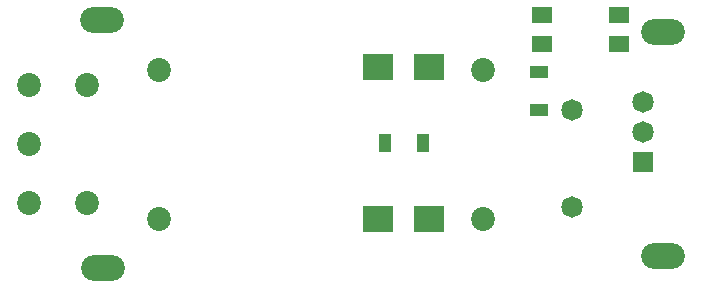
<source format=gbs>
G04*
G04 #@! TF.GenerationSoftware,Altium Limited,Altium Designer,22.10.1 (41)*
G04*
G04 Layer_Color=16711935*
%FSLAX44Y44*%
%MOMM*%
G71*
G04*
G04 #@! TF.SameCoordinates,2E0DDC9F-B89A-4235-B925-374E8A91578C*
G04*
G04*
G04 #@! TF.FilePolarity,Negative*
G04*
G01*
G75*
%ADD12O,3.7032X2.2032*%
%ADD13R,1.8200X1.8200*%
%ADD14C,1.8200*%
%ADD15C,2.0200*%
%ADD34R,1.0200X1.6200*%
%ADD35R,2.5200X2.3200*%
%ADD36R,1.6200X1.0200*%
%ADD37R,1.8200X1.4700*%
D12*
X195300Y20000D02*
D03*
X195000Y230000D02*
D03*
X670000Y220000D02*
D03*
Y30000D02*
D03*
D13*
X652600Y109700D02*
D03*
D14*
Y135100D02*
D03*
Y160500D02*
D03*
X592400Y153700D02*
D03*
Y71700D02*
D03*
D15*
X242500Y188000D02*
D03*
X517500D02*
D03*
X182000Y75100D02*
D03*
Y175100D02*
D03*
X132500D02*
D03*
Y75100D02*
D03*
Y125100D02*
D03*
X242500Y62000D02*
D03*
X517500D02*
D03*
D34*
X434000Y126100D02*
D03*
X466000D02*
D03*
D35*
X471500Y62000D02*
D03*
X428500D02*
D03*
Y190100D02*
D03*
X471500D02*
D03*
D36*
X565000Y154000D02*
D03*
Y186000D02*
D03*
D37*
X632750Y209450D02*
D03*
X567250D02*
D03*
X632750Y233950D02*
D03*
X567250D02*
D03*
M02*

</source>
